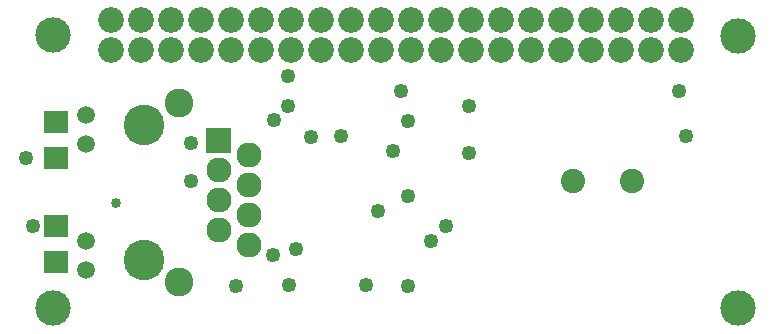
<source format=gbs>
G04 MADE WITH FRITZING*
G04 WWW.FRITZING.ORG*
G04 DOUBLE SIDED*
G04 HOLES PLATED*
G04 CONTOUR ON CENTER OF CONTOUR VECTOR*
%ASAXBY*%
%FSLAX23Y23*%
%MOIN*%
%OFA0B0*%
%SFA1.0B1.0*%
%ADD10C,0.085361*%
%ADD11C,0.049370*%
%ADD12C,0.080925*%
%ADD13C,0.080866*%
%ADD14C,0.033622*%
%ADD15C,0.083768*%
%ADD16C,0.059844*%
%ADD17C,0.095731*%
%ADD18C,0.135590*%
%ADD19C,0.118268*%
%ADD20R,0.084803X0.072992*%
%ADD21R,0.001000X0.001000*%
%LNMASK0*%
G90*
G70*
G54D10*
X334Y1030D03*
X434Y1030D03*
X534Y1030D03*
X634Y1030D03*
X734Y1030D03*
X834Y1030D03*
X934Y1030D03*
X1034Y1030D03*
X1134Y1030D03*
X1234Y1030D03*
X1334Y1030D03*
X1434Y1030D03*
X1534Y1030D03*
X1634Y1030D03*
X1734Y1030D03*
X1834Y1030D03*
X1934Y1030D03*
X2034Y1030D03*
X2134Y1030D03*
X2234Y1030D03*
X2234Y1130D03*
X2134Y1130D03*
X2034Y1130D03*
X1934Y1130D03*
X1834Y1130D03*
X1734Y1130D03*
X1634Y1130D03*
X1534Y1130D03*
X1434Y1130D03*
X1334Y1130D03*
X1234Y1130D03*
X1134Y1130D03*
X1034Y1130D03*
X934Y1130D03*
X834Y1130D03*
X734Y1130D03*
X634Y1130D03*
X534Y1130D03*
X434Y1130D03*
X334Y1130D03*
G54D11*
X753Y245D03*
X952Y369D03*
X51Y670D03*
X76Y445D03*
X1529Y688D03*
X1326Y545D03*
X1101Y745D03*
X2251Y745D03*
X1452Y445D03*
X1226Y495D03*
X1186Y247D03*
X876Y346D03*
X926Y845D03*
X877Y796D03*
X1001Y742D03*
X1326Y245D03*
X1401Y395D03*
G54D12*
X2070Y595D03*
G54D13*
X1876Y595D03*
G54D11*
X1527Y844D03*
X1326Y795D03*
X1301Y895D03*
X2227Y895D03*
G54D14*
X351Y520D03*
G54D11*
X601Y595D03*
X601Y720D03*
X1276Y695D03*
X926Y945D03*
X927Y246D03*
G54D15*
X694Y730D03*
X794Y680D03*
X694Y630D03*
X794Y580D03*
X694Y530D03*
X794Y481D03*
X694Y431D03*
X794Y381D03*
G54D16*
X251Y815D03*
X251Y717D03*
X251Y395D03*
X251Y297D03*
G54D17*
X562Y854D03*
X562Y258D03*
G54D18*
X444Y780D03*
X444Y331D03*
G54D19*
X141Y1080D03*
X142Y170D03*
X2426Y1079D03*
X2426Y170D03*
G54D20*
X151Y445D03*
X151Y323D03*
X151Y670D03*
X151Y792D03*
G54D21*
X652Y772D02*
X735Y772D01*
X652Y771D02*
X735Y771D01*
X652Y770D02*
X735Y770D01*
X652Y769D02*
X735Y769D01*
X652Y768D02*
X735Y768D01*
X652Y767D02*
X735Y767D01*
X652Y766D02*
X735Y766D01*
X652Y765D02*
X735Y765D01*
X652Y764D02*
X735Y764D01*
X652Y763D02*
X735Y763D01*
X652Y762D02*
X735Y762D01*
X652Y761D02*
X735Y761D01*
X652Y760D02*
X735Y760D01*
X652Y759D02*
X735Y759D01*
X652Y758D02*
X735Y758D01*
X652Y757D02*
X735Y757D01*
X652Y756D02*
X735Y756D01*
X652Y755D02*
X735Y755D01*
X652Y754D02*
X735Y754D01*
X652Y753D02*
X735Y753D01*
X652Y752D02*
X735Y752D01*
X652Y751D02*
X735Y751D01*
X652Y750D02*
X735Y750D01*
X652Y749D02*
X735Y749D01*
X652Y748D02*
X735Y748D01*
X652Y747D02*
X735Y747D01*
X652Y746D02*
X735Y746D01*
X652Y745D02*
X689Y745D01*
X698Y745D02*
X735Y745D01*
X652Y744D02*
X687Y744D01*
X700Y744D02*
X735Y744D01*
X652Y743D02*
X685Y743D01*
X702Y743D02*
X735Y743D01*
X652Y742D02*
X684Y742D01*
X703Y742D02*
X735Y742D01*
X652Y741D02*
X682Y741D01*
X704Y741D02*
X735Y741D01*
X652Y740D02*
X682Y740D01*
X705Y740D02*
X735Y740D01*
X652Y739D02*
X681Y739D01*
X706Y739D02*
X735Y739D01*
X652Y738D02*
X680Y738D01*
X707Y738D02*
X735Y738D01*
X652Y737D02*
X680Y737D01*
X707Y737D02*
X735Y737D01*
X652Y736D02*
X679Y736D01*
X708Y736D02*
X735Y736D01*
X652Y735D02*
X679Y735D01*
X708Y735D02*
X735Y735D01*
X652Y734D02*
X679Y734D01*
X708Y734D02*
X735Y734D01*
X652Y733D02*
X679Y733D01*
X708Y733D02*
X735Y733D01*
X652Y732D02*
X678Y732D01*
X709Y732D02*
X735Y732D01*
X652Y731D02*
X678Y731D01*
X709Y731D02*
X735Y731D01*
X652Y730D02*
X678Y730D01*
X709Y730D02*
X735Y730D01*
X652Y729D02*
X678Y729D01*
X709Y729D02*
X735Y729D01*
X652Y728D02*
X679Y728D01*
X708Y728D02*
X735Y728D01*
X652Y727D02*
X679Y727D01*
X708Y727D02*
X735Y727D01*
X652Y726D02*
X679Y726D01*
X708Y726D02*
X735Y726D01*
X652Y725D02*
X679Y725D01*
X708Y725D02*
X735Y725D01*
X652Y724D02*
X680Y724D01*
X707Y724D02*
X735Y724D01*
X652Y723D02*
X681Y723D01*
X706Y723D02*
X735Y723D01*
X652Y722D02*
X681Y722D01*
X706Y722D02*
X735Y722D01*
X652Y721D02*
X682Y721D01*
X705Y721D02*
X735Y721D01*
X652Y720D02*
X683Y720D01*
X704Y720D02*
X735Y720D01*
X652Y719D02*
X684Y719D01*
X703Y719D02*
X735Y719D01*
X652Y718D02*
X686Y718D01*
X701Y718D02*
X735Y718D01*
X652Y717D02*
X688Y717D01*
X699Y717D02*
X735Y717D01*
X652Y716D02*
X735Y716D01*
X652Y715D02*
X735Y715D01*
X652Y714D02*
X735Y714D01*
X652Y713D02*
X735Y713D01*
X652Y712D02*
X735Y712D01*
X652Y711D02*
X735Y711D01*
X652Y710D02*
X735Y710D01*
X652Y709D02*
X735Y709D01*
X652Y708D02*
X735Y708D01*
X652Y707D02*
X735Y707D01*
X652Y706D02*
X735Y706D01*
X652Y705D02*
X735Y705D01*
X652Y704D02*
X735Y704D01*
X652Y703D02*
X735Y703D01*
X652Y702D02*
X735Y702D01*
X652Y701D02*
X735Y701D01*
X652Y700D02*
X735Y700D01*
X652Y699D02*
X735Y699D01*
X652Y698D02*
X735Y698D01*
X652Y697D02*
X735Y697D01*
X652Y696D02*
X735Y696D01*
X652Y695D02*
X735Y695D01*
X652Y694D02*
X735Y694D01*
X652Y693D02*
X735Y693D01*
X652Y692D02*
X735Y692D01*
X652Y691D02*
X735Y691D01*
X652Y690D02*
X735Y690D01*
X652Y689D02*
X735Y689D01*
D02*
G04 End of Mask0*
M02*
</source>
